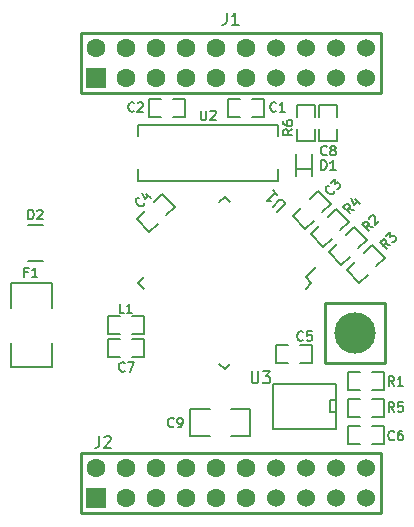
<source format=gbr>
G04 #@! TF.GenerationSoftware,KiCad,Pcbnew,6.0.11-2627ca5db0~126~ubuntu22.04.1*
G04 #@! TF.CreationDate,2023-12-06T10:34:05+01:00*
G04 #@! TF.ProjectId,bus-module_atmega324,6275732d-6d6f-4647-956c-655f61746d65,C*
G04 #@! TF.SameCoordinates,Original*
G04 #@! TF.FileFunction,Legend,Top*
G04 #@! TF.FilePolarity,Positive*
%FSLAX46Y46*%
G04 Gerber Fmt 4.6, Leading zero omitted, Abs format (unit mm)*
G04 Created by KiCad (PCBNEW 6.0.11-2627ca5db0~126~ubuntu22.04.1) date 2023-12-06 10:34:05*
%MOMM*%
%LPD*%
G01*
G04 APERTURE LIST*
%ADD10C,0.150000*%
%ADD11C,0.254000*%
%ADD12R,1.651000X1.651000*%
%ADD13C,1.600200*%
%ADD14C,1.524000*%
%ADD15C,3.500000*%
G04 APERTURE END LIST*
D10*
X103836666Y-86173214D02*
X103798571Y-86211309D01*
X103684285Y-86249404D01*
X103608095Y-86249404D01*
X103493809Y-86211309D01*
X103417619Y-86135119D01*
X103379523Y-86058928D01*
X103341428Y-85906547D01*
X103341428Y-85792261D01*
X103379523Y-85639880D01*
X103417619Y-85563690D01*
X103493809Y-85487500D01*
X103608095Y-85449404D01*
X103684285Y-85449404D01*
X103798571Y-85487500D01*
X103836666Y-85525595D01*
X104598571Y-86249404D02*
X104141428Y-86249404D01*
X104370000Y-86249404D02*
X104370000Y-85449404D01*
X104293809Y-85563690D01*
X104217619Y-85639880D01*
X104141428Y-85677976D01*
X91836666Y-86173214D02*
X91798571Y-86211309D01*
X91684285Y-86249404D01*
X91608095Y-86249404D01*
X91493809Y-86211309D01*
X91417619Y-86135119D01*
X91379523Y-86058928D01*
X91341428Y-85906547D01*
X91341428Y-85792261D01*
X91379523Y-85639880D01*
X91417619Y-85563690D01*
X91493809Y-85487500D01*
X91608095Y-85449404D01*
X91684285Y-85449404D01*
X91798571Y-85487500D01*
X91836666Y-85525595D01*
X92141428Y-85525595D02*
X92179523Y-85487500D01*
X92255714Y-85449404D01*
X92446190Y-85449404D01*
X92522380Y-85487500D01*
X92560476Y-85525595D01*
X92598571Y-85601785D01*
X92598571Y-85677976D01*
X92560476Y-85792261D01*
X92103333Y-86249404D01*
X92598571Y-86249404D01*
X108777749Y-92983811D02*
X108777749Y-93037686D01*
X108723874Y-93145435D01*
X108669999Y-93199310D01*
X108562250Y-93253185D01*
X108454500Y-93253185D01*
X108373688Y-93226248D01*
X108239001Y-93145435D01*
X108158189Y-93064623D01*
X108077377Y-92929936D01*
X108050439Y-92849124D01*
X108050439Y-92741374D01*
X108104314Y-92633625D01*
X108158189Y-92579750D01*
X108265938Y-92525875D01*
X108319813Y-92525875D01*
X108454500Y-92283438D02*
X108804687Y-91933252D01*
X108831624Y-92337313D01*
X108912436Y-92256501D01*
X108993248Y-92229564D01*
X109047123Y-92229564D01*
X109127935Y-92256501D01*
X109262622Y-92391188D01*
X109289560Y-92472000D01*
X109289560Y-92525875D01*
X109262622Y-92606687D01*
X109100998Y-92768312D01*
X109020186Y-92795249D01*
X108966311Y-92795249D01*
X92677749Y-93983811D02*
X92677749Y-94037686D01*
X92623874Y-94145435D01*
X92569999Y-94199310D01*
X92462250Y-94253185D01*
X92354500Y-94253185D01*
X92273688Y-94226248D01*
X92139001Y-94145435D01*
X92058189Y-94064623D01*
X91977377Y-93929936D01*
X91950439Y-93849124D01*
X91950439Y-93741374D01*
X92004314Y-93633625D01*
X92058189Y-93579750D01*
X92165938Y-93525875D01*
X92219813Y-93525875D01*
X92839374Y-93175689D02*
X93216497Y-93552812D01*
X92489187Y-93094877D02*
X92758561Y-93633625D01*
X93108748Y-93283438D01*
X113836666Y-113973214D02*
X113798571Y-114011309D01*
X113684285Y-114049404D01*
X113608095Y-114049404D01*
X113493809Y-114011309D01*
X113417619Y-113935119D01*
X113379523Y-113858928D01*
X113341428Y-113706547D01*
X113341428Y-113592261D01*
X113379523Y-113439880D01*
X113417619Y-113363690D01*
X113493809Y-113287500D01*
X113608095Y-113249404D01*
X113684285Y-113249404D01*
X113798571Y-113287500D01*
X113836666Y-113325595D01*
X114522380Y-113249404D02*
X114370000Y-113249404D01*
X114293809Y-113287500D01*
X114255714Y-113325595D01*
X114179523Y-113439880D01*
X114141428Y-113592261D01*
X114141428Y-113897023D01*
X114179523Y-113973214D01*
X114217619Y-114011309D01*
X114293809Y-114049404D01*
X114446190Y-114049404D01*
X114522380Y-114011309D01*
X114560476Y-113973214D01*
X114598571Y-113897023D01*
X114598571Y-113706547D01*
X114560476Y-113630357D01*
X114522380Y-113592261D01*
X114446190Y-113554166D01*
X114293809Y-113554166D01*
X114217619Y-113592261D01*
X114179523Y-113630357D01*
X114141428Y-113706547D01*
X91036666Y-108173214D02*
X90998571Y-108211309D01*
X90884285Y-108249404D01*
X90808095Y-108249404D01*
X90693809Y-108211309D01*
X90617619Y-108135119D01*
X90579523Y-108058928D01*
X90541428Y-107906547D01*
X90541428Y-107792261D01*
X90579523Y-107639880D01*
X90617619Y-107563690D01*
X90693809Y-107487500D01*
X90808095Y-107449404D01*
X90884285Y-107449404D01*
X90998571Y-107487500D01*
X91036666Y-107525595D01*
X91303333Y-107449404D02*
X91836666Y-107449404D01*
X91493809Y-108249404D01*
X108136666Y-89873214D02*
X108098571Y-89911309D01*
X107984285Y-89949404D01*
X107908095Y-89949404D01*
X107793809Y-89911309D01*
X107717619Y-89835119D01*
X107679523Y-89758928D01*
X107641428Y-89606547D01*
X107641428Y-89492261D01*
X107679523Y-89339880D01*
X107717619Y-89263690D01*
X107793809Y-89187500D01*
X107908095Y-89149404D01*
X107984285Y-89149404D01*
X108098571Y-89187500D01*
X108136666Y-89225595D01*
X108593809Y-89492261D02*
X108517619Y-89454166D01*
X108479523Y-89416071D01*
X108441428Y-89339880D01*
X108441428Y-89301785D01*
X108479523Y-89225595D01*
X108517619Y-89187500D01*
X108593809Y-89149404D01*
X108746190Y-89149404D01*
X108822380Y-89187500D01*
X108860476Y-89225595D01*
X108898571Y-89301785D01*
X108898571Y-89339880D01*
X108860476Y-89416071D01*
X108822380Y-89454166D01*
X108746190Y-89492261D01*
X108593809Y-89492261D01*
X108517619Y-89530357D01*
X108479523Y-89568452D01*
X108441428Y-89644642D01*
X108441428Y-89797023D01*
X108479523Y-89873214D01*
X108517619Y-89911309D01*
X108593809Y-89949404D01*
X108746190Y-89949404D01*
X108822380Y-89911309D01*
X108860476Y-89873214D01*
X108898571Y-89797023D01*
X108898571Y-89644642D01*
X108860476Y-89568452D01*
X108822380Y-89530357D01*
X108746190Y-89492261D01*
X88871666Y-113700880D02*
X88871666Y-114415166D01*
X88824047Y-114558023D01*
X88728809Y-114653261D01*
X88585952Y-114700880D01*
X88490714Y-114700880D01*
X89300238Y-113796119D02*
X89347857Y-113748500D01*
X89443095Y-113700880D01*
X89681190Y-113700880D01*
X89776428Y-113748500D01*
X89824047Y-113796119D01*
X89871666Y-113891357D01*
X89871666Y-113986595D01*
X89824047Y-114129452D01*
X89252619Y-114700880D01*
X89871666Y-114700880D01*
X99666666Y-77869880D02*
X99666666Y-78584166D01*
X99619047Y-78727023D01*
X99523809Y-78822261D01*
X99380952Y-78869880D01*
X99285714Y-78869880D01*
X100666666Y-78869880D02*
X100095238Y-78869880D01*
X100380952Y-78869880D02*
X100380952Y-77869880D01*
X100285714Y-78012738D01*
X100190476Y-78107976D01*
X100095238Y-78155595D01*
X113836666Y-109449404D02*
X113570000Y-109068452D01*
X113379523Y-109449404D02*
X113379523Y-108649404D01*
X113684285Y-108649404D01*
X113760476Y-108687500D01*
X113798571Y-108725595D01*
X113836666Y-108801785D01*
X113836666Y-108916071D01*
X113798571Y-108992261D01*
X113760476Y-109030357D01*
X113684285Y-109068452D01*
X113379523Y-109068452D01*
X114598571Y-109449404D02*
X114141428Y-109449404D01*
X114370000Y-109449404D02*
X114370000Y-108649404D01*
X114293809Y-108763690D01*
X114217619Y-108839880D01*
X114141428Y-108877976D01*
X112031624Y-96037686D02*
X111573688Y-95956874D01*
X111708375Y-96360935D02*
X111142690Y-95795249D01*
X111358189Y-95579750D01*
X111439001Y-95552812D01*
X111492876Y-95552812D01*
X111573688Y-95579750D01*
X111654500Y-95660562D01*
X111681438Y-95741374D01*
X111681438Y-95795249D01*
X111654500Y-95876061D01*
X111439001Y-96091561D01*
X111735312Y-95310376D02*
X111735312Y-95256501D01*
X111762250Y-95175689D01*
X111896937Y-95041002D01*
X111977749Y-95014064D01*
X112031624Y-95014064D01*
X112112436Y-95041002D01*
X112166311Y-95094877D01*
X112220186Y-95202626D01*
X112220186Y-95849124D01*
X112570372Y-95498938D01*
X113531624Y-97537686D02*
X113073688Y-97456874D01*
X113208375Y-97860935D02*
X112642690Y-97295249D01*
X112858189Y-97079750D01*
X112939001Y-97052812D01*
X112992876Y-97052812D01*
X113073688Y-97079750D01*
X113154500Y-97160562D01*
X113181438Y-97241374D01*
X113181438Y-97295249D01*
X113154500Y-97376061D01*
X112939001Y-97591561D01*
X113154500Y-96783438D02*
X113504687Y-96433252D01*
X113531624Y-96837313D01*
X113612436Y-96756501D01*
X113693248Y-96729564D01*
X113747123Y-96729564D01*
X113827935Y-96756501D01*
X113962622Y-96891188D01*
X113989560Y-96972000D01*
X113989560Y-97025875D01*
X113962622Y-97106687D01*
X113800998Y-97268312D01*
X113720186Y-97295249D01*
X113666311Y-97295249D01*
X110431624Y-94537687D02*
X109973688Y-94456875D01*
X110108375Y-94860936D02*
X109542690Y-94295250D01*
X109758189Y-94079751D01*
X109839001Y-94052813D01*
X109892876Y-94052813D01*
X109973688Y-94079751D01*
X110054500Y-94160563D01*
X110081438Y-94241375D01*
X110081438Y-94295250D01*
X110054500Y-94376062D01*
X109839001Y-94591562D01*
X110539374Y-93675690D02*
X110916497Y-94052813D01*
X110189187Y-93594878D02*
X110458561Y-94133626D01*
X110808748Y-93783439D01*
X113836666Y-111649404D02*
X113570000Y-111268452D01*
X113379523Y-111649404D02*
X113379523Y-110849404D01*
X113684285Y-110849404D01*
X113760476Y-110887500D01*
X113798571Y-110925595D01*
X113836666Y-111001785D01*
X113836666Y-111116071D01*
X113798571Y-111192261D01*
X113760476Y-111230357D01*
X113684285Y-111268452D01*
X113379523Y-111268452D01*
X114560476Y-110849404D02*
X114179523Y-110849404D01*
X114141428Y-111230357D01*
X114179523Y-111192261D01*
X114255714Y-111154166D01*
X114446190Y-111154166D01*
X114522380Y-111192261D01*
X114560476Y-111230357D01*
X114598571Y-111306547D01*
X114598571Y-111497023D01*
X114560476Y-111573214D01*
X114522380Y-111611309D01*
X114446190Y-111649404D01*
X114255714Y-111649404D01*
X114179523Y-111611309D01*
X114141428Y-111573214D01*
X105231904Y-87720833D02*
X104850952Y-87987500D01*
X105231904Y-88177976D02*
X104431904Y-88177976D01*
X104431904Y-87873214D01*
X104470000Y-87797023D01*
X104508095Y-87758928D01*
X104584285Y-87720833D01*
X104698571Y-87720833D01*
X104774761Y-87758928D01*
X104812857Y-87797023D01*
X104850952Y-87873214D01*
X104850952Y-88177976D01*
X104431904Y-87035119D02*
X104431904Y-87187500D01*
X104470000Y-87263690D01*
X104508095Y-87301785D01*
X104622380Y-87377976D01*
X104774761Y-87416071D01*
X105079523Y-87416071D01*
X105155714Y-87377976D01*
X105193809Y-87339880D01*
X105231904Y-87263690D01*
X105231904Y-87111309D01*
X105193809Y-87035119D01*
X105155714Y-86997023D01*
X105079523Y-86958928D01*
X104889047Y-86958928D01*
X104812857Y-86997023D01*
X104774761Y-87035119D01*
X104736666Y-87111309D01*
X104736666Y-87263690D01*
X104774761Y-87339880D01*
X104812857Y-87377976D01*
X104889047Y-87416071D01*
X107679523Y-91149404D02*
X107679523Y-90349404D01*
X107870000Y-90349404D01*
X107984285Y-90387500D01*
X108060476Y-90463690D01*
X108098571Y-90539880D01*
X108136666Y-90692261D01*
X108136666Y-90806547D01*
X108098571Y-90958928D01*
X108060476Y-91035119D01*
X107984285Y-91111309D01*
X107870000Y-91149404D01*
X107679523Y-91149404D01*
X108898571Y-91149404D02*
X108441428Y-91149404D01*
X108670000Y-91149404D02*
X108670000Y-90349404D01*
X108593809Y-90463690D01*
X108517619Y-90539880D01*
X108441428Y-90577976D01*
X97485476Y-86149404D02*
X97485476Y-86797023D01*
X97523571Y-86873214D01*
X97561666Y-86911309D01*
X97637857Y-86949404D01*
X97790238Y-86949404D01*
X97866428Y-86911309D01*
X97904523Y-86873214D01*
X97942619Y-86797023D01*
X97942619Y-86149404D01*
X98285476Y-86225595D02*
X98323571Y-86187500D01*
X98399761Y-86149404D01*
X98590238Y-86149404D01*
X98666428Y-86187500D01*
X98704523Y-86225595D01*
X98742619Y-86301785D01*
X98742619Y-86377976D01*
X98704523Y-86492261D01*
X98247380Y-86949404D01*
X98742619Y-86949404D01*
X103961522Y-94727473D02*
X104533942Y-94155053D01*
X104567614Y-94054038D01*
X104567614Y-93986694D01*
X104533942Y-93885679D01*
X104399255Y-93750992D01*
X104298240Y-93717320D01*
X104230896Y-93717320D01*
X104129881Y-93750992D01*
X103557461Y-94323412D01*
X103557461Y-92909198D02*
X103961522Y-93313259D01*
X103759492Y-93111229D02*
X103052385Y-93818335D01*
X103220744Y-93784664D01*
X103355431Y-93784664D01*
X103456446Y-93818335D01*
X82879523Y-95349404D02*
X82879523Y-94549404D01*
X83070000Y-94549404D01*
X83184285Y-94587500D01*
X83260476Y-94663690D01*
X83298571Y-94739880D01*
X83336666Y-94892261D01*
X83336666Y-95006547D01*
X83298571Y-95158928D01*
X83260476Y-95235119D01*
X83184285Y-95311309D01*
X83070000Y-95349404D01*
X82879523Y-95349404D01*
X83641428Y-94625595D02*
X83679523Y-94587500D01*
X83755714Y-94549404D01*
X83946190Y-94549404D01*
X84022380Y-94587500D01*
X84060476Y-94625595D01*
X84098571Y-94701785D01*
X84098571Y-94777976D01*
X84060476Y-94892261D01*
X83603333Y-95349404D01*
X84098571Y-95349404D01*
X82803333Y-99830357D02*
X82536666Y-99830357D01*
X82536666Y-100249404D02*
X82536666Y-99449404D01*
X82917619Y-99449404D01*
X83641428Y-100249404D02*
X83184285Y-100249404D01*
X83412857Y-100249404D02*
X83412857Y-99449404D01*
X83336666Y-99563690D01*
X83260476Y-99639880D01*
X83184285Y-99677976D01*
X95167666Y-112883214D02*
X95129571Y-112921309D01*
X95015285Y-112959404D01*
X94939095Y-112959404D01*
X94824809Y-112921309D01*
X94748619Y-112845119D01*
X94710523Y-112768928D01*
X94672428Y-112616547D01*
X94672428Y-112502261D01*
X94710523Y-112349880D01*
X94748619Y-112273690D01*
X94824809Y-112197500D01*
X94939095Y-112159404D01*
X95015285Y-112159404D01*
X95129571Y-112197500D01*
X95167666Y-112235595D01*
X95548619Y-112959404D02*
X95701000Y-112959404D01*
X95777190Y-112921309D01*
X95815285Y-112883214D01*
X95891476Y-112768928D01*
X95929571Y-112616547D01*
X95929571Y-112311785D01*
X95891476Y-112235595D01*
X95853380Y-112197500D01*
X95777190Y-112159404D01*
X95624809Y-112159404D01*
X95548619Y-112197500D01*
X95510523Y-112235595D01*
X95472428Y-112311785D01*
X95472428Y-112502261D01*
X95510523Y-112578452D01*
X95548619Y-112616547D01*
X95624809Y-112654642D01*
X95777190Y-112654642D01*
X95853380Y-112616547D01*
X95891476Y-112578452D01*
X95929571Y-112502261D01*
X90976666Y-103307404D02*
X90595714Y-103307404D01*
X90595714Y-102507404D01*
X91662380Y-103307404D02*
X91205238Y-103307404D01*
X91433809Y-103307404D02*
X91433809Y-102507404D01*
X91357619Y-102621690D01*
X91281428Y-102697880D01*
X91205238Y-102735976D01*
X106136666Y-105573214D02*
X106098571Y-105611309D01*
X105984285Y-105649404D01*
X105908095Y-105649404D01*
X105793809Y-105611309D01*
X105717619Y-105535119D01*
X105679523Y-105458928D01*
X105641428Y-105306547D01*
X105641428Y-105192261D01*
X105679523Y-105039880D01*
X105717619Y-104963690D01*
X105793809Y-104887500D01*
X105908095Y-104849404D01*
X105984285Y-104849404D01*
X106098571Y-104887500D01*
X106136666Y-104925595D01*
X106860476Y-104849404D02*
X106479523Y-104849404D01*
X106441428Y-105230357D01*
X106479523Y-105192261D01*
X106555714Y-105154166D01*
X106746190Y-105154166D01*
X106822380Y-105192261D01*
X106860476Y-105230357D01*
X106898571Y-105306547D01*
X106898571Y-105497023D01*
X106860476Y-105573214D01*
X106822380Y-105611309D01*
X106746190Y-105649404D01*
X106555714Y-105649404D01*
X106479523Y-105611309D01*
X106441428Y-105573214D01*
X101778095Y-108239880D02*
X101778095Y-109049404D01*
X101825714Y-109144642D01*
X101873333Y-109192261D01*
X101968571Y-109239880D01*
X102159047Y-109239880D01*
X102254285Y-109192261D01*
X102301904Y-109144642D01*
X102349523Y-109049404D01*
X102349523Y-108239880D01*
X102730476Y-108239880D02*
X103349523Y-108239880D01*
X103016190Y-108620833D01*
X103159047Y-108620833D01*
X103254285Y-108668452D01*
X103301904Y-108716071D01*
X103349523Y-108811309D01*
X103349523Y-109049404D01*
X103301904Y-109144642D01*
X103254285Y-109192261D01*
X103159047Y-109239880D01*
X102873333Y-109239880D01*
X102778095Y-109192261D01*
X102730476Y-109144642D01*
X99746000Y-85165500D02*
X100762000Y-85165500D01*
X99746000Y-86689500D02*
X99746000Y-85165500D01*
X102794000Y-86689500D02*
X101778000Y-86689500D01*
X100762000Y-86689500D02*
X99746000Y-86689500D01*
X101778000Y-85165500D02*
X102794000Y-85165500D01*
X102794000Y-85165500D02*
X102794000Y-86689500D01*
X94094500Y-86689500D02*
X93078500Y-86689500D01*
X95110500Y-85165500D02*
X96126500Y-85165500D01*
X93078500Y-85165500D02*
X94094500Y-85165500D01*
X93078500Y-86689500D02*
X93078500Y-85165500D01*
X96126500Y-85165500D02*
X96126500Y-86689500D01*
X96126500Y-86689500D02*
X95110500Y-86689500D01*
X106678395Y-93665474D02*
X107396815Y-92947054D01*
X107037605Y-95461526D02*
X106319185Y-96179946D01*
X107396815Y-92947054D02*
X108474446Y-94024685D01*
X106319185Y-96179946D02*
X105241554Y-95102315D01*
X105241554Y-95102315D02*
X105959974Y-94383895D01*
X108474446Y-94024685D02*
X107756026Y-94743105D01*
X92033554Y-95356315D02*
X92751974Y-94637895D01*
X93470395Y-93919474D02*
X94188815Y-93201054D01*
X93829605Y-95715526D02*
X93111185Y-96433946D01*
X93111185Y-96433946D02*
X92033554Y-95356315D01*
X95266446Y-94278685D02*
X94548026Y-94997105D01*
X94188815Y-93201054D02*
X95266446Y-94278685D01*
X110992000Y-114375500D02*
X109976000Y-114375500D01*
X113024000Y-112851500D02*
X113024000Y-114375500D01*
X109976000Y-112851500D02*
X110992000Y-112851500D01*
X109976000Y-114375500D02*
X109976000Y-112851500D01*
X113024000Y-114375500D02*
X112008000Y-114375500D01*
X112008000Y-112851500D02*
X113024000Y-112851500D01*
X89586000Y-107009500D02*
X89586000Y-105485500D01*
X91618000Y-105485500D02*
X92634000Y-105485500D01*
X92634000Y-107009500D02*
X91618000Y-107009500D01*
X90602000Y-107009500D02*
X89586000Y-107009500D01*
X92634000Y-105485500D02*
X92634000Y-107009500D01*
X89586000Y-105485500D02*
X90602000Y-105485500D01*
X107488000Y-88721500D02*
X107488000Y-87705500D01*
X109012000Y-85673500D02*
X109012000Y-86689500D01*
X109012000Y-88721500D02*
X107488000Y-88721500D01*
X109012000Y-87705500D02*
X109012000Y-88721500D01*
X107488000Y-85673500D02*
X109012000Y-85673500D01*
X107488000Y-86689500D02*
X107488000Y-85673500D01*
D11*
X87300000Y-120217500D02*
X87300000Y-115137500D01*
X87300000Y-120217500D02*
X112700000Y-120217500D01*
X87300000Y-115137500D02*
X112700000Y-115137500D01*
X112700000Y-115137500D02*
X112700000Y-120217500D01*
X112700000Y-79577500D02*
X112700000Y-84657500D01*
X87300000Y-84657500D02*
X87300000Y-79577500D01*
X87300000Y-84657500D02*
X112700000Y-84657500D01*
X87300000Y-79577500D02*
X112700000Y-79577500D01*
D10*
X112008000Y-108279500D02*
X113024000Y-108279500D01*
X109976000Y-109803500D02*
X109976000Y-108279500D01*
X113024000Y-109803500D02*
X112008000Y-109803500D01*
X113024000Y-108279500D02*
X113024000Y-109803500D01*
X109976000Y-108279500D02*
X110992000Y-108279500D01*
X110992000Y-109803500D02*
X109976000Y-109803500D01*
X110085605Y-98509526D02*
X109367185Y-99227946D01*
X110444815Y-95995054D02*
X111522446Y-97072685D01*
X109726395Y-96713474D02*
X110444815Y-95995054D01*
X111522446Y-97072685D02*
X110804026Y-97791105D01*
X109367185Y-99227946D02*
X108289554Y-98150315D01*
X108289554Y-98150315D02*
X109007974Y-97431895D01*
X110891185Y-100751946D02*
X109813554Y-99674315D01*
X109813554Y-99674315D02*
X110531974Y-98955895D01*
X111968815Y-97519054D02*
X113046446Y-98596685D01*
X111609605Y-100033526D02*
X110891185Y-100751946D01*
X113046446Y-98596685D02*
X112328026Y-99315105D01*
X111250395Y-98237474D02*
X111968815Y-97519054D01*
X108561605Y-96985526D02*
X107843185Y-97703946D01*
X108920815Y-94471054D02*
X109998446Y-95548685D01*
X109998446Y-95548685D02*
X109280026Y-96267105D01*
X108202395Y-95189474D02*
X108920815Y-94471054D01*
X106765554Y-96626315D02*
X107483974Y-95907895D01*
X107843185Y-97703946D02*
X106765554Y-96626315D01*
X112008000Y-110565500D02*
X113024000Y-110565500D01*
X109976000Y-110565500D02*
X110992000Y-110565500D01*
X113024000Y-110565500D02*
X113024000Y-112089500D01*
X109976000Y-112089500D02*
X109976000Y-110565500D01*
X110992000Y-112089500D02*
X109976000Y-112089500D01*
X113024000Y-112089500D02*
X112008000Y-112089500D01*
X107112000Y-87705500D02*
X107112000Y-88721500D01*
X107112000Y-85673500D02*
X107112000Y-86689500D01*
X105588000Y-88721500D02*
X105588000Y-87705500D01*
X105588000Y-85673500D02*
X107112000Y-85673500D01*
X105588000Y-86689500D02*
X105588000Y-85673500D01*
X107112000Y-88721500D02*
X105588000Y-88721500D01*
X105574360Y-91652660D02*
X105574360Y-89854340D01*
X106925640Y-89854340D02*
X106925640Y-91652660D01*
X106925640Y-91104020D02*
X105574360Y-91104020D01*
X103995420Y-87337200D02*
X92194580Y-87337200D01*
X103995420Y-92137800D02*
X103995420Y-91137040D01*
X92194580Y-92137800D02*
X103995420Y-92137800D01*
X92194580Y-92137800D02*
X92194580Y-91137040D01*
X92194580Y-87337200D02*
X92194580Y-88337960D01*
X103995420Y-87337200D02*
X103995420Y-88337960D01*
D11*
X107960000Y-107540000D02*
X113040000Y-107540000D01*
X113040000Y-107540000D02*
X113040000Y-102460000D01*
X107960000Y-102460000D02*
X107960000Y-107540000D01*
X113040000Y-102460000D02*
X107960000Y-102460000D01*
D10*
X99500000Y-93431445D02*
X99977297Y-93908742D01*
X99500000Y-108068555D02*
X99977297Y-107591258D01*
X99500000Y-108068555D02*
X99022703Y-107591258D01*
X92181445Y-100750000D02*
X92658742Y-101227297D01*
X99500000Y-93431445D02*
X99022703Y-93908742D01*
X106818555Y-100750000D02*
X106341258Y-101227297D01*
X106818555Y-100750000D02*
X106341258Y-100272703D01*
X106341258Y-100272703D02*
X107242819Y-99371142D01*
X92181445Y-100750000D02*
X92658742Y-100272703D01*
X82840000Y-95857500D02*
X84140000Y-95857500D01*
X82840000Y-98857500D02*
X84140000Y-98857500D01*
X81381800Y-105790300D02*
X81381800Y-107873100D01*
X84861600Y-100786500D02*
X84861600Y-102869300D01*
X81381800Y-102869300D02*
X81381800Y-100786500D01*
X81381800Y-107873100D02*
X84861600Y-107873100D01*
X84861600Y-107873100D02*
X84861600Y-105790300D01*
X81381800Y-100786500D02*
X84861600Y-100786500D01*
X96571000Y-113740500D02*
X96571000Y-111454500D01*
X101651000Y-113740500D02*
X101651000Y-111454500D01*
X98222000Y-113740500D02*
X96571000Y-113740500D01*
X100000000Y-113740500D02*
X101651000Y-113740500D01*
X96571000Y-111454500D02*
X98222000Y-111454500D01*
X101651000Y-111454500D02*
X100000000Y-111454500D01*
X91618000Y-103580500D02*
X92634000Y-103580500D01*
X89586000Y-103580500D02*
X90602000Y-103580500D01*
X89586000Y-105104500D02*
X89586000Y-103580500D01*
X90602000Y-105104500D02*
X89586000Y-105104500D01*
X92634000Y-103580500D02*
X92634000Y-105104500D01*
X92634000Y-105104500D02*
X91618000Y-105104500D01*
X104892000Y-107562000D02*
X103876000Y-107562000D01*
X106924000Y-106038000D02*
X106924000Y-107562000D01*
X103876000Y-107562000D02*
X103876000Y-106038000D01*
X103876000Y-106038000D02*
X104892000Y-106038000D01*
X105908000Y-106038000D02*
X106924000Y-106038000D01*
X106924000Y-107562000D02*
X105908000Y-107562000D01*
X108382000Y-111708500D02*
X108382000Y-110692500D01*
X108890000Y-109295500D02*
X103556000Y-109295500D01*
X108890000Y-109422500D02*
X108890000Y-109295500D01*
X103556000Y-113105500D02*
X108890000Y-113105500D01*
X103556000Y-113105500D02*
X103556000Y-109295500D01*
X108382000Y-110692500D02*
X108890000Y-110692500D01*
X108890000Y-113105500D02*
X108890000Y-109422500D01*
X108890000Y-111708500D02*
X108382000Y-111708500D01*
D12*
X88570000Y-118947500D03*
D13*
X88570000Y-116407500D03*
X91110000Y-118947500D03*
X91110000Y-116407500D03*
X93650000Y-118947500D03*
X93650000Y-116407500D03*
X96190000Y-118947500D03*
X96190000Y-116407500D03*
X98730000Y-118947500D03*
X98730000Y-116407500D03*
X101270000Y-118947500D03*
X101270000Y-116407500D03*
D14*
X103810000Y-118947500D03*
X103810000Y-116407500D03*
X106350000Y-118947500D03*
X106350000Y-116407500D03*
X108890000Y-118947500D03*
X108890000Y-116407500D03*
X111430000Y-118947500D03*
X111430000Y-116407500D03*
D12*
X88570000Y-83387500D03*
D13*
X88570000Y-80847500D03*
X91110000Y-83387500D03*
X91110000Y-80847500D03*
X93650000Y-83387500D03*
X93650000Y-80847500D03*
X96190000Y-83387500D03*
X96190000Y-80847500D03*
X98730000Y-83387500D03*
X98730000Y-80847500D03*
X101270000Y-83387500D03*
X101270000Y-80847500D03*
D14*
X103810000Y-83387500D03*
X103810000Y-80847500D03*
X106350000Y-83387500D03*
X106350000Y-80847500D03*
X108890000Y-83387500D03*
X108890000Y-80847500D03*
X111430000Y-83387500D03*
X111430000Y-80847500D03*
D15*
X110500000Y-105000000D03*
M02*

</source>
